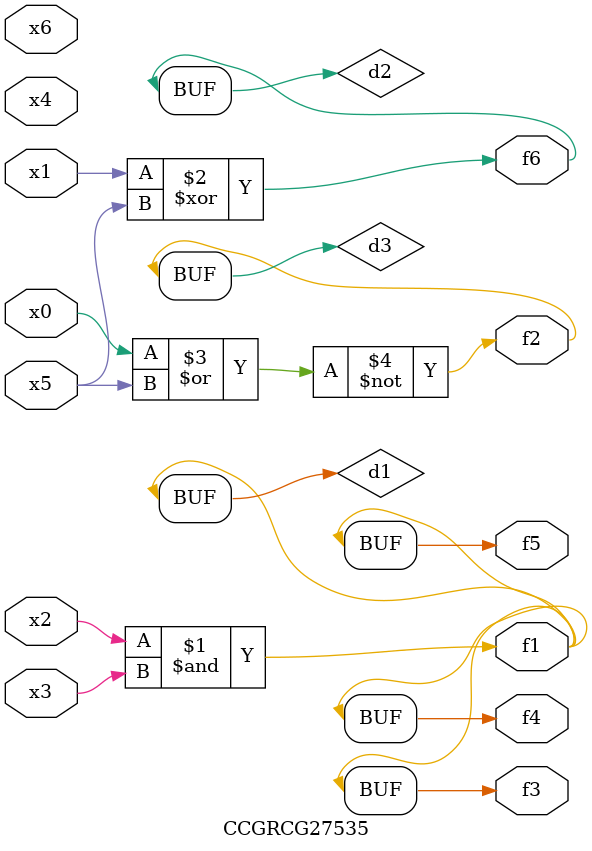
<source format=v>
module CCGRCG27535(
	input x0, x1, x2, x3, x4, x5, x6,
	output f1, f2, f3, f4, f5, f6
);

	wire d1, d2, d3;

	and (d1, x2, x3);
	xor (d2, x1, x5);
	nor (d3, x0, x5);
	assign f1 = d1;
	assign f2 = d3;
	assign f3 = d1;
	assign f4 = d1;
	assign f5 = d1;
	assign f6 = d2;
endmodule

</source>
